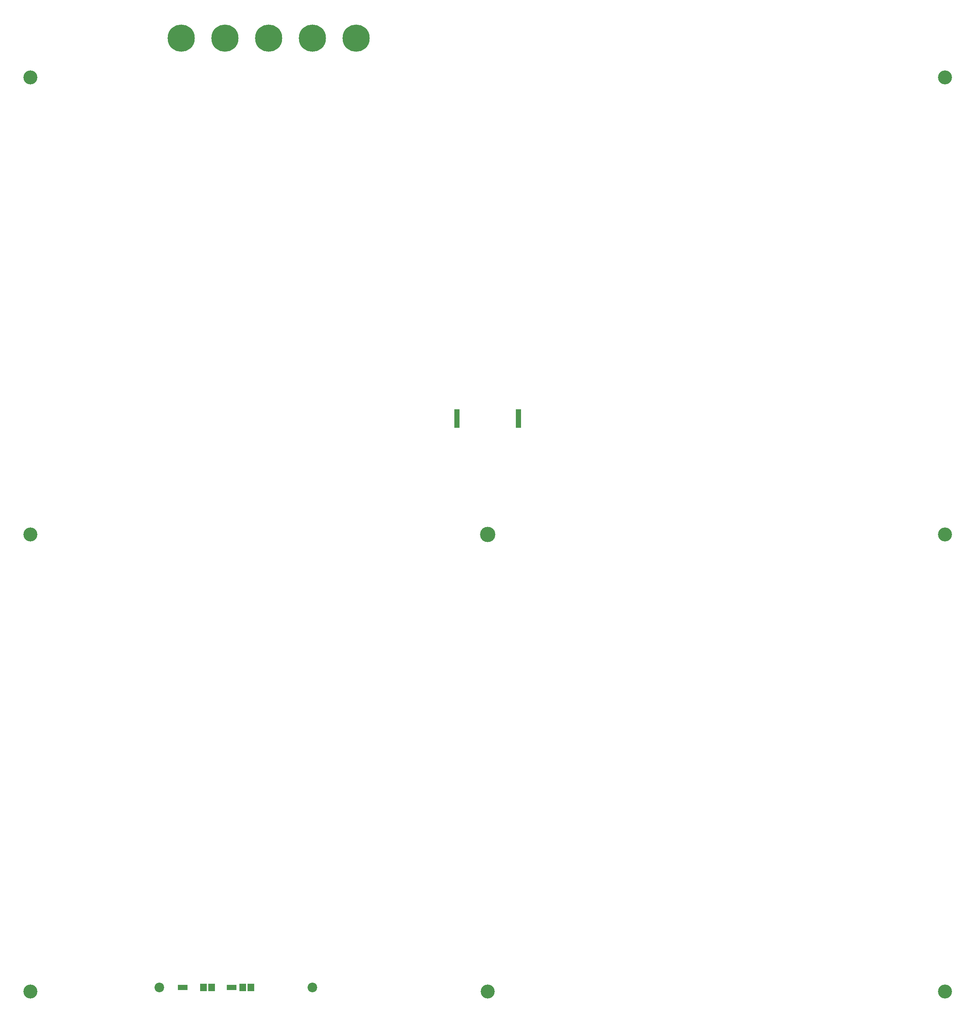
<source format=gbs>
G04 DipTrace 2.4.0.2*
%INBOTTOM_MASK.GBS*%
%MOIN*%
%ADD23C,0.126*%
%ADD24C,0.1378*%
%ADD25C,0.0866*%
%ADD29C,0.2443*%
%ADD31R,0.0592X0.0671*%
%ADD33R,0.0474X0.1655*%
%ADD35R,0.0868X0.0474*%
%FSLAX44Y44*%
G04*
G70*
G90*
G75*
G01*
%LNBotMask*%
%LPD*%
D35*
X23035Y5318D3*
X18641D3*
D33*
X48822Y56499D3*
X43310D3*
D23*
X87208Y4924D3*
Y87208D3*
X4924Y4924D3*
Y87208D3*
D24*
X46066Y46066D3*
D23*
Y4924D3*
D25*
X16539Y5318D3*
D29*
X18507Y90751D3*
X34255D3*
X22444D3*
X30318D3*
X26381D3*
D31*
X21243Y5318D3*
X20495D3*
X24039D3*
X24787D3*
D25*
X30318D3*
D23*
X87208Y46066D3*
X4924D3*
M02*

</source>
